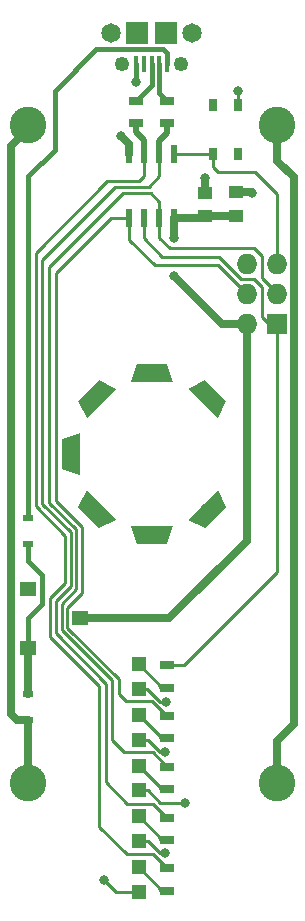
<source format=gtl>
G04 #@! TF.GenerationSoftware,KiCad,Pcbnew,(2017-01-24 revision 0b6147e)-makepkg*
G04 #@! TF.CreationDate,2017-06-09T22:20:51-07:00*
G04 #@! TF.ProjectId,POVSpinner,504F565370696E6E65722E6B69636164,rev?*
G04 #@! TF.FileFunction,Copper,L1,Top,Signal*
G04 #@! TF.FilePolarity,Positive*
%FSLAX46Y46*%
G04 Gerber Fmt 4.6, Leading zero omitted, Abs format (unit mm)*
G04 Created by KiCad (PCBNEW (2017-01-24 revision 0b6147e)-makepkg) date 06/09/17 22:20:51*
%MOMM*%
%LPD*%
G01*
G04 APERTURE LIST*
%ADD10C,0.100000*%
%ADD11R,0.600000X1.550000*%
%ADD12C,3.100000*%
%ADD13R,1.250000X1.000000*%
%ADD14R,1.198880X1.198880*%
%ADD15R,1.300000X0.700000*%
%ADD16R,0.647700X1.049020*%
%ADD17R,1.400000X1.200000*%
%ADD18C,1.250000*%
%ADD19C,1.650000*%
%ADD20R,1.899920X1.899920*%
%ADD21R,0.398780X1.348740*%
%ADD22C,1.500000*%
%ADD23R,1.727200X1.727200*%
%ADD24O,1.727200X1.727200*%
%ADD25R,0.830000X0.630000*%
%ADD26C,0.800000*%
%ADD27C,0.635000*%
%ADD28C,0.254000*%
%ADD29C,0.381000*%
%ADD30C,0.508000*%
%ADD31C,0.250000*%
G04 APERTURE END LIST*
D10*
D11*
X126405000Y-60700000D03*
X125135000Y-60700000D03*
X123865000Y-60700000D03*
X122595000Y-60700000D03*
X122595000Y-66100000D03*
X123865000Y-66100000D03*
X125135000Y-66100000D03*
X126405000Y-66100000D03*
D12*
X135155000Y-58200000D03*
X114045000Y-58200000D03*
X135155000Y-113900000D03*
X114045000Y-113900000D03*
D13*
X129050000Y-65930000D03*
X129050000Y-63930000D03*
X131630000Y-63920000D03*
X131630000Y-65920000D03*
D14*
X123400000Y-121050980D03*
X123400000Y-123149020D03*
X123400000Y-118849020D03*
X123400000Y-116750980D03*
X123400000Y-112450980D03*
X123400000Y-114549020D03*
X123400000Y-110249020D03*
X123400000Y-108150980D03*
X123400000Y-103850980D03*
X123400000Y-105949020D03*
D15*
X125800000Y-58050000D03*
X125800000Y-56150000D03*
X123200000Y-56150000D03*
X123200000Y-58050000D03*
X125800000Y-123050000D03*
X125800000Y-121150000D03*
X125800000Y-116850000D03*
X125800000Y-118750000D03*
X125800000Y-114450000D03*
X125800000Y-112550000D03*
X125800000Y-108250000D03*
X125800000Y-110150000D03*
X125800000Y-105850000D03*
X125800000Y-103950000D03*
D16*
X131814420Y-56547360D03*
X131814420Y-60692640D03*
X129665580Y-56547360D03*
X129665580Y-60692640D03*
D17*
X114042740Y-97493020D03*
X114042740Y-102493020D03*
X118442740Y-99993020D03*
D18*
X127002060Y-53070000D03*
X122002060Y-53070000D03*
D19*
X121070000Y-50400000D03*
X127930000Y-50400000D03*
D20*
X123301120Y-50395380D03*
X125698880Y-50395380D03*
D21*
X123202060Y-53070000D03*
X123852300Y-53070000D03*
X124500000Y-53070000D03*
X125147700Y-53070000D03*
X125797940Y-53070000D03*
D22*
X124550000Y-79222000D03*
D10*
G36*
X126300000Y-79972000D02*
X122800000Y-79972000D01*
X123300000Y-78472000D01*
X125800000Y-78472000D01*
X126300000Y-79972000D01*
X126300000Y-79972000D01*
G37*
D22*
X124550000Y-92938000D03*
D10*
G36*
X122800000Y-92188000D02*
X126300000Y-92188000D01*
X125800000Y-93688000D01*
X123300000Y-93688000D01*
X122800000Y-92188000D01*
X122800000Y-92188000D01*
G37*
D22*
X119724000Y-81254000D03*
D10*
G36*
X121491767Y-80546893D02*
X119016893Y-83021767D01*
X118309786Y-81607553D01*
X120077553Y-79839786D01*
X121491767Y-80546893D01*
X121491767Y-80546893D01*
G37*
D22*
X129376000Y-81254000D03*
D10*
G36*
X130083107Y-83021767D02*
X127608233Y-80546893D01*
X129022447Y-79839786D01*
X130790214Y-81607553D01*
X130083107Y-83021767D01*
X130083107Y-83021767D01*
G37*
D22*
X119724000Y-90906000D03*
D10*
G36*
X119016893Y-89138233D02*
X121491767Y-91613107D01*
X120077553Y-92320214D01*
X118309786Y-90552447D01*
X119016893Y-89138233D01*
X119016893Y-89138233D01*
G37*
D22*
X129376000Y-90906000D03*
D10*
G36*
X127608233Y-91613107D02*
X130083107Y-89138233D01*
X130790214Y-90552447D01*
X129022447Y-92320214D01*
X127608233Y-91613107D01*
X127608233Y-91613107D01*
G37*
D22*
X117692000Y-86080000D03*
D10*
G36*
X118442000Y-84330000D02*
X118442000Y-87830000D01*
X116942000Y-87330000D01*
X116942000Y-84830000D01*
X118442000Y-84330000D01*
X118442000Y-84330000D01*
G37*
D23*
X135090000Y-75050000D03*
D24*
X132550000Y-75050000D03*
X135090000Y-72510000D03*
X132550000Y-72510000D03*
X135090000Y-69970000D03*
X132550000Y-69970000D03*
D25*
X114050000Y-93705000D03*
X114050000Y-91455000D03*
X114000000Y-108595000D03*
X114000000Y-106345000D03*
D26*
X131800000Y-55340000D03*
X133010000Y-63940000D03*
X129020000Y-62680000D03*
X121940000Y-59170000D03*
X123220000Y-54530000D03*
X120480000Y-122100000D03*
X125650000Y-119870000D03*
X127290000Y-115580000D03*
X125660000Y-111260000D03*
X125680000Y-107040000D03*
X126410000Y-67740000D03*
X126410000Y-71010000D03*
D27*
X114045000Y-58200000D02*
X114045000Y-58555000D01*
X114045000Y-58555000D02*
X112600000Y-60000000D01*
X112600000Y-60000000D02*
X112600000Y-108100000D01*
X112600000Y-108100000D02*
X113095000Y-108595000D01*
X113095000Y-108595000D02*
X114000000Y-108595000D01*
X114000000Y-108595000D02*
X114000000Y-113855000D01*
X114000000Y-113855000D02*
X114045000Y-113900000D01*
X136570000Y-62640000D02*
X135155000Y-61225000D01*
X135155000Y-61225000D02*
X135155000Y-58200000D01*
X136570000Y-108920000D02*
X136570000Y-62640000D01*
X135155000Y-110335000D02*
X136570000Y-108920000D01*
X135155000Y-113900000D02*
X135155000Y-110335000D01*
D28*
X131814420Y-56547360D02*
X131814420Y-55354420D01*
X131814420Y-55354420D02*
X131800000Y-55340000D01*
D27*
X131630000Y-63920000D02*
X132990000Y-63920000D01*
X132990000Y-63920000D02*
X133010000Y-63940000D01*
X129050000Y-63930000D02*
X129050000Y-62710000D01*
X129050000Y-62710000D02*
X129020000Y-62680000D01*
X122595000Y-60700000D02*
X122595000Y-59825000D01*
X122595000Y-59825000D02*
X121940000Y-59170000D01*
D29*
X123202060Y-53070000D02*
X123202060Y-54512060D01*
X123202060Y-54512060D02*
X123220000Y-54530000D01*
D28*
X123400000Y-123149020D02*
X121529020Y-123149020D01*
X121529020Y-123149020D02*
X120480000Y-122100000D01*
X124199020Y-118849020D02*
X125220000Y-119870000D01*
X125220000Y-119870000D02*
X125650000Y-119870000D01*
X123400000Y-118849020D02*
X124199020Y-118849020D01*
X124219020Y-114549020D02*
X125250000Y-115580000D01*
X125250000Y-115580000D02*
X127290000Y-115580000D01*
X123400000Y-114549020D02*
X124219020Y-114549020D01*
X124229020Y-110249020D02*
X125240000Y-111260000D01*
X125240000Y-111260000D02*
X125660000Y-111260000D01*
X123400000Y-110249020D02*
X124229020Y-110249020D01*
X124149020Y-105949020D02*
X125240000Y-107040000D01*
X125240000Y-107040000D02*
X125680000Y-107040000D01*
X123400000Y-105949020D02*
X124149020Y-105949020D01*
D29*
X123202060Y-53070000D02*
X123202060Y-53447940D01*
D27*
X126410000Y-67740000D02*
X126410000Y-66105000D01*
X126410000Y-66105000D02*
X126405000Y-66100000D01*
X132550000Y-75040000D02*
X130440000Y-75040000D01*
X130440000Y-75040000D02*
X126410000Y-71010000D01*
X132550000Y-93450000D02*
X126006980Y-99993020D01*
X126006980Y-99993020D02*
X118442740Y-99993020D01*
X132550000Y-75040000D02*
X132550000Y-93450000D01*
X129050000Y-65930000D02*
X131620000Y-65930000D01*
X131620000Y-65930000D02*
X131630000Y-65920000D01*
X129060000Y-65920000D02*
X129050000Y-65930000D01*
X126405000Y-66100000D02*
X128880000Y-66100000D01*
X128880000Y-66100000D02*
X129050000Y-65930000D01*
X129080000Y-65880000D02*
X129300000Y-66100000D01*
D29*
X116300000Y-60300000D02*
X114050000Y-62550000D01*
X114050000Y-62550000D02*
X114050000Y-91455000D01*
X116300000Y-55300000D02*
X116300000Y-60300000D01*
X119800000Y-51800000D02*
X116300000Y-55300000D01*
X125500000Y-51800000D02*
X119800000Y-51800000D01*
X125797940Y-52097940D02*
X125500000Y-51800000D01*
X125797940Y-53070000D02*
X125797940Y-52097940D01*
D27*
X114042740Y-102493020D02*
X114042740Y-106302260D01*
X114042740Y-106302260D02*
X114000000Y-106345000D01*
D29*
X115200000Y-98800000D02*
X114042740Y-99957260D01*
X114042740Y-99957260D02*
X114042740Y-102493020D01*
X115200000Y-96300000D02*
X115200000Y-98800000D01*
X114050000Y-95150000D02*
X115200000Y-96300000D01*
X114050000Y-93705000D02*
X114050000Y-95150000D01*
D30*
X125800000Y-123050000D02*
X125399020Y-123050000D01*
D28*
X125399020Y-123050000D02*
X123400000Y-121050980D01*
D30*
X125800000Y-118750000D02*
X125399020Y-118750000D01*
D28*
X125399020Y-118750000D02*
X123400000Y-116750980D01*
D30*
X125800000Y-114450000D02*
X125399020Y-114450000D01*
D28*
X125399020Y-114450000D02*
X123400000Y-112450980D01*
D30*
X125800000Y-110150000D02*
X125399020Y-110150000D01*
D28*
X125399020Y-110150000D02*
X123400000Y-108150980D01*
D30*
X125800000Y-105850000D02*
X125399020Y-105850000D01*
D28*
X125399020Y-105850000D02*
X123400000Y-103850980D01*
X123865000Y-66100000D02*
X123865000Y-67815000D01*
X123865000Y-67815000D02*
X125410000Y-69360000D01*
X125410000Y-69360000D02*
X130187910Y-69360000D01*
X130187910Y-69360000D02*
X132057910Y-71230000D01*
X132057910Y-71230000D02*
X133160000Y-71230000D01*
X133160000Y-71230000D02*
X133820000Y-71890000D01*
X133820000Y-71890000D02*
X133820000Y-74430000D01*
X133820000Y-74430000D02*
X134430000Y-75040000D01*
X134430000Y-75040000D02*
X135090000Y-75040000D01*
X135090000Y-75040000D02*
X135090000Y-96080000D01*
X135090000Y-96080000D02*
X127220000Y-103950000D01*
X127220000Y-103950000D02*
X125800000Y-103950000D01*
D30*
X125780000Y-103930000D02*
X125800000Y-103950000D01*
D28*
X135090000Y-72500000D02*
X135090000Y-72420000D01*
X135090000Y-72420000D02*
X133820000Y-71150000D01*
X133820000Y-71150000D02*
X133820000Y-69310000D01*
X133820000Y-69310000D02*
X133160000Y-68650000D01*
X133160000Y-68650000D02*
X126020000Y-68650000D01*
X126020000Y-68650000D02*
X125135000Y-67765000D01*
X125135000Y-67765000D02*
X125135000Y-66100000D01*
D31*
X125135000Y-66100000D02*
X125135000Y-64715000D01*
X125135000Y-64715000D02*
X124410000Y-63990000D01*
X124410000Y-63990000D02*
X122070000Y-63990000D01*
X122070000Y-63990000D02*
X115840000Y-70220000D01*
X115840000Y-70220000D02*
X115840000Y-90180000D01*
X115840000Y-90180000D02*
X118110000Y-92450000D01*
X118110000Y-92450000D02*
X118110000Y-97520000D01*
X118110000Y-97520000D02*
X116900000Y-98730000D01*
X116900000Y-98730000D02*
X116900000Y-101000000D01*
X116900000Y-101000000D02*
X121120000Y-105220000D01*
X121120000Y-105220000D02*
X121120000Y-110250000D01*
X121120000Y-110250000D02*
X122200000Y-111330000D01*
X122200000Y-111330000D02*
X124580000Y-111330000D01*
X124580000Y-111330000D02*
X125800000Y-112550000D01*
D28*
X122595000Y-66100000D02*
X122595000Y-67925000D01*
X122595000Y-67925000D02*
X124760000Y-70090000D01*
X124760000Y-70090000D02*
X130140000Y-70090000D01*
X130140000Y-70090000D02*
X132550000Y-72500000D01*
D31*
X122595000Y-66100000D02*
X121060000Y-66100000D01*
X121060000Y-66100000D02*
X116380000Y-70780000D01*
X116380000Y-70780000D02*
X116380000Y-90040000D01*
X116380000Y-90040000D02*
X118600000Y-92260000D01*
X118600000Y-92260000D02*
X118600000Y-97850000D01*
X118600000Y-97850000D02*
X117380000Y-99070000D01*
X117380000Y-99070000D02*
X117380000Y-100800000D01*
X117380000Y-100800000D02*
X121710000Y-105130000D01*
X121710000Y-105130000D02*
X121710000Y-106390000D01*
X121710000Y-106390000D02*
X122330000Y-107010000D01*
X122330000Y-107010000D02*
X124560000Y-107010000D01*
X124560000Y-107010000D02*
X125800000Y-108250000D01*
D28*
X130130000Y-62220000D02*
X129665580Y-61755580D01*
X129665580Y-61755580D02*
X129665580Y-60692640D01*
X133230000Y-62220000D02*
X130130000Y-62220000D01*
X135090000Y-64080000D02*
X133230000Y-62220000D01*
X135090000Y-69960000D02*
X135090000Y-64080000D01*
X126405000Y-60700000D02*
X129658220Y-60700000D01*
X129658220Y-60700000D02*
X129665580Y-60692640D01*
D31*
X125135000Y-60700000D02*
X125135000Y-62555000D01*
X125135000Y-62555000D02*
X124240000Y-63450000D01*
X124240000Y-63450000D02*
X121440000Y-63450000D01*
X121440000Y-63450000D02*
X115240000Y-69650000D01*
X115240000Y-69650000D02*
X115240000Y-90280000D01*
X115240000Y-90280000D02*
X117650000Y-92690000D01*
X117650000Y-92690000D02*
X117650000Y-97280000D01*
X117650000Y-97280000D02*
X116380000Y-98550000D01*
X116380000Y-98550000D02*
X116380000Y-101250000D01*
X116380000Y-101250000D02*
X120640000Y-105510000D01*
X120640000Y-105510000D02*
X120640000Y-113880000D01*
X120640000Y-113880000D02*
X122420000Y-115660000D01*
X122420000Y-115660000D02*
X124610000Y-115660000D01*
X124610000Y-115660000D02*
X125800000Y-116850000D01*
D30*
X125800000Y-58870000D02*
X125135000Y-59535000D01*
X125135000Y-59535000D02*
X125135000Y-60700000D01*
X125800000Y-58050000D02*
X125800000Y-58870000D01*
D29*
X125147700Y-53070000D02*
X125147700Y-55497700D01*
X125147700Y-55497700D02*
X125800000Y-56150000D01*
X124500000Y-53070000D02*
X124500000Y-54850000D01*
X124500000Y-54850000D02*
X123200000Y-56150000D01*
D31*
X123865000Y-60700000D02*
X123865000Y-62525000D01*
X123865000Y-62525000D02*
X123410000Y-62980000D01*
X123410000Y-62980000D02*
X120710000Y-62980000D01*
X120710000Y-62980000D02*
X114680000Y-69010000D01*
X114680000Y-69010000D02*
X114680000Y-90500000D01*
X114680000Y-90500000D02*
X117180000Y-93000000D01*
X117180000Y-93000000D02*
X117180000Y-97010000D01*
X117180000Y-97010000D02*
X115920000Y-98270000D01*
X115920000Y-98270000D02*
X115920000Y-101530000D01*
X115920000Y-101530000D02*
X120070000Y-105680000D01*
X120070000Y-105680000D02*
X120070000Y-117620000D01*
X120070000Y-117620000D02*
X122390000Y-119940000D01*
X122390000Y-119940000D02*
X124590000Y-119940000D01*
X124590000Y-119940000D02*
X125800000Y-121150000D01*
D30*
X123200000Y-58790000D02*
X123865000Y-59455000D01*
X123865000Y-59455000D02*
X123865000Y-60700000D01*
X123200000Y-58050000D02*
X123200000Y-58790000D01*
M02*

</source>
